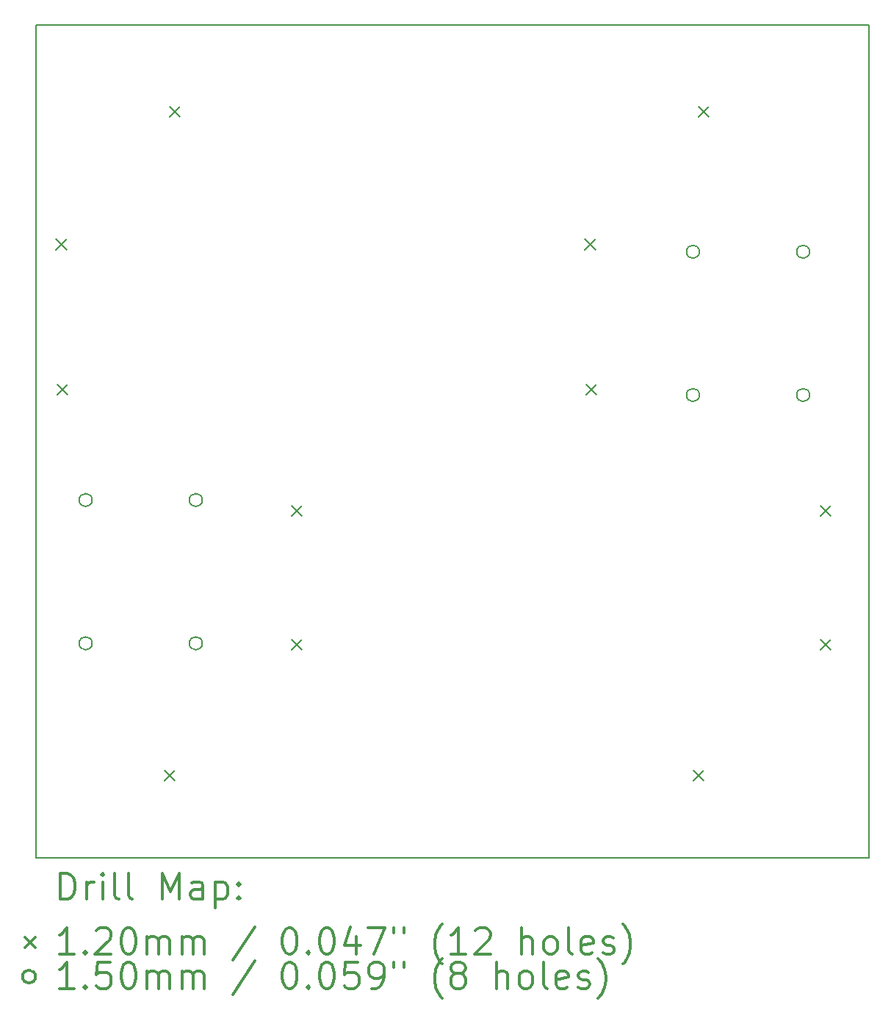
<source format=gbr>
%FSLAX45Y45*%
G04 Gerber Fmt 4.5, Leading zero omitted, Abs format (unit mm)*
G04 Created by KiCad (PCBNEW 5.0.0) date Sun Sep 30 11:55:28 2018*
%MOMM*%
%LPD*%
G01*
G04 APERTURE LIST*
%ADD10C,0.152400*%
%ADD11C,0.200000*%
%ADD12C,0.300000*%
G04 APERTURE END LIST*
D10*
X4300000Y-11100000D02*
X4300000Y-1500000D01*
X13900000Y-11100000D02*
X4300000Y-11100000D01*
X13900000Y-1500000D02*
X13900000Y-11100000D01*
X4300000Y-1500000D02*
X13900000Y-1500000D01*
D11*
X5840000Y-2440000D02*
X5960000Y-2560000D01*
X5960000Y-2440000D02*
X5840000Y-2560000D01*
X11936000Y-2440000D02*
X12056000Y-2560000D01*
X12056000Y-2440000D02*
X11936000Y-2560000D01*
X5780000Y-10090000D02*
X5900000Y-10210000D01*
X5900000Y-10090000D02*
X5780000Y-10210000D01*
X11876000Y-10090000D02*
X11996000Y-10210000D01*
X11996000Y-10090000D02*
X11876000Y-10210000D01*
X7240000Y-7040000D02*
X7360000Y-7160000D01*
X7360000Y-7040000D02*
X7240000Y-7160000D01*
X13336000Y-7040000D02*
X13456000Y-7160000D01*
X13456000Y-7040000D02*
X13336000Y-7160000D01*
X4530000Y-3970000D02*
X4650000Y-4090000D01*
X4650000Y-3970000D02*
X4530000Y-4090000D01*
X10626000Y-3970000D02*
X10746000Y-4090000D01*
X10746000Y-3970000D02*
X10626000Y-4090000D01*
X7240000Y-8580000D02*
X7360000Y-8700000D01*
X7360000Y-8580000D02*
X7240000Y-8700000D01*
X13336000Y-8580000D02*
X13456000Y-8700000D01*
X13456000Y-8580000D02*
X13336000Y-8700000D01*
X4540000Y-5640000D02*
X4660000Y-5760000D01*
X4660000Y-5640000D02*
X4540000Y-5760000D01*
X10636000Y-5640000D02*
X10756000Y-5760000D01*
X10756000Y-5640000D02*
X10636000Y-5760000D01*
X11945000Y-4115000D02*
G75*
G03X11945000Y-4115000I-75000J0D01*
G01*
X11945000Y-5765000D02*
G75*
G03X11945000Y-5765000I-75000J0D01*
G01*
X13215000Y-4115000D02*
G75*
G03X13215000Y-4115000I-75000J0D01*
G01*
X13215000Y-5765000D02*
G75*
G03X13215000Y-5765000I-75000J0D01*
G01*
X4945000Y-6975000D02*
G75*
G03X4945000Y-6975000I-75000J0D01*
G01*
X4945000Y-8625000D02*
G75*
G03X4945000Y-8625000I-75000J0D01*
G01*
X6215000Y-6975000D02*
G75*
G03X6215000Y-6975000I-75000J0D01*
G01*
X6215000Y-8625000D02*
G75*
G03X6215000Y-8625000I-75000J0D01*
G01*
D12*
X4578808Y-11573334D02*
X4578808Y-11273334D01*
X4650237Y-11273334D01*
X4693094Y-11287620D01*
X4721666Y-11316191D01*
X4735951Y-11344763D01*
X4750237Y-11401906D01*
X4750237Y-11444763D01*
X4735951Y-11501906D01*
X4721666Y-11530477D01*
X4693094Y-11559049D01*
X4650237Y-11573334D01*
X4578808Y-11573334D01*
X4878808Y-11573334D02*
X4878808Y-11373334D01*
X4878808Y-11430477D02*
X4893094Y-11401906D01*
X4907380Y-11387620D01*
X4935951Y-11373334D01*
X4964523Y-11373334D01*
X5064523Y-11573334D02*
X5064523Y-11373334D01*
X5064523Y-11273334D02*
X5050237Y-11287620D01*
X5064523Y-11301906D01*
X5078808Y-11287620D01*
X5064523Y-11273334D01*
X5064523Y-11301906D01*
X5250237Y-11573334D02*
X5221666Y-11559049D01*
X5207380Y-11530477D01*
X5207380Y-11273334D01*
X5407380Y-11573334D02*
X5378808Y-11559049D01*
X5364523Y-11530477D01*
X5364523Y-11273334D01*
X5750237Y-11573334D02*
X5750237Y-11273334D01*
X5850237Y-11487620D01*
X5950237Y-11273334D01*
X5950237Y-11573334D01*
X6221666Y-11573334D02*
X6221666Y-11416191D01*
X6207380Y-11387620D01*
X6178808Y-11373334D01*
X6121666Y-11373334D01*
X6093094Y-11387620D01*
X6221666Y-11559049D02*
X6193094Y-11573334D01*
X6121666Y-11573334D01*
X6093094Y-11559049D01*
X6078808Y-11530477D01*
X6078808Y-11501906D01*
X6093094Y-11473334D01*
X6121666Y-11459049D01*
X6193094Y-11459049D01*
X6221666Y-11444763D01*
X6364523Y-11373334D02*
X6364523Y-11673334D01*
X6364523Y-11387620D02*
X6393094Y-11373334D01*
X6450237Y-11373334D01*
X6478808Y-11387620D01*
X6493094Y-11401906D01*
X6507380Y-11430477D01*
X6507380Y-11516191D01*
X6493094Y-11544763D01*
X6478808Y-11559049D01*
X6450237Y-11573334D01*
X6393094Y-11573334D01*
X6364523Y-11559049D01*
X6635951Y-11544763D02*
X6650237Y-11559049D01*
X6635951Y-11573334D01*
X6621666Y-11559049D01*
X6635951Y-11544763D01*
X6635951Y-11573334D01*
X6635951Y-11387620D02*
X6650237Y-11401906D01*
X6635951Y-11416191D01*
X6621666Y-11401906D01*
X6635951Y-11387620D01*
X6635951Y-11416191D01*
X4172380Y-12007620D02*
X4292380Y-12127620D01*
X4292380Y-12007620D02*
X4172380Y-12127620D01*
X4735951Y-12203334D02*
X4564523Y-12203334D01*
X4650237Y-12203334D02*
X4650237Y-11903334D01*
X4621666Y-11946191D01*
X4593094Y-11974763D01*
X4564523Y-11989049D01*
X4864523Y-12174763D02*
X4878808Y-12189049D01*
X4864523Y-12203334D01*
X4850237Y-12189049D01*
X4864523Y-12174763D01*
X4864523Y-12203334D01*
X4993094Y-11931906D02*
X5007380Y-11917620D01*
X5035951Y-11903334D01*
X5107380Y-11903334D01*
X5135951Y-11917620D01*
X5150237Y-11931906D01*
X5164523Y-11960477D01*
X5164523Y-11989049D01*
X5150237Y-12031906D01*
X4978808Y-12203334D01*
X5164523Y-12203334D01*
X5350237Y-11903334D02*
X5378808Y-11903334D01*
X5407380Y-11917620D01*
X5421666Y-11931906D01*
X5435951Y-11960477D01*
X5450237Y-12017620D01*
X5450237Y-12089049D01*
X5435951Y-12146191D01*
X5421666Y-12174763D01*
X5407380Y-12189049D01*
X5378808Y-12203334D01*
X5350237Y-12203334D01*
X5321666Y-12189049D01*
X5307380Y-12174763D01*
X5293094Y-12146191D01*
X5278808Y-12089049D01*
X5278808Y-12017620D01*
X5293094Y-11960477D01*
X5307380Y-11931906D01*
X5321666Y-11917620D01*
X5350237Y-11903334D01*
X5578808Y-12203334D02*
X5578808Y-12003334D01*
X5578808Y-12031906D02*
X5593094Y-12017620D01*
X5621666Y-12003334D01*
X5664523Y-12003334D01*
X5693094Y-12017620D01*
X5707380Y-12046191D01*
X5707380Y-12203334D01*
X5707380Y-12046191D02*
X5721666Y-12017620D01*
X5750237Y-12003334D01*
X5793094Y-12003334D01*
X5821666Y-12017620D01*
X5835951Y-12046191D01*
X5835951Y-12203334D01*
X5978808Y-12203334D02*
X5978808Y-12003334D01*
X5978808Y-12031906D02*
X5993094Y-12017620D01*
X6021666Y-12003334D01*
X6064523Y-12003334D01*
X6093094Y-12017620D01*
X6107380Y-12046191D01*
X6107380Y-12203334D01*
X6107380Y-12046191D02*
X6121666Y-12017620D01*
X6150237Y-12003334D01*
X6193094Y-12003334D01*
X6221666Y-12017620D01*
X6235951Y-12046191D01*
X6235951Y-12203334D01*
X6821666Y-11889049D02*
X6564523Y-12274763D01*
X7207380Y-11903334D02*
X7235951Y-11903334D01*
X7264523Y-11917620D01*
X7278808Y-11931906D01*
X7293094Y-11960477D01*
X7307380Y-12017620D01*
X7307380Y-12089049D01*
X7293094Y-12146191D01*
X7278808Y-12174763D01*
X7264523Y-12189049D01*
X7235951Y-12203334D01*
X7207380Y-12203334D01*
X7178808Y-12189049D01*
X7164523Y-12174763D01*
X7150237Y-12146191D01*
X7135951Y-12089049D01*
X7135951Y-12017620D01*
X7150237Y-11960477D01*
X7164523Y-11931906D01*
X7178808Y-11917620D01*
X7207380Y-11903334D01*
X7435951Y-12174763D02*
X7450237Y-12189049D01*
X7435951Y-12203334D01*
X7421666Y-12189049D01*
X7435951Y-12174763D01*
X7435951Y-12203334D01*
X7635951Y-11903334D02*
X7664523Y-11903334D01*
X7693094Y-11917620D01*
X7707380Y-11931906D01*
X7721666Y-11960477D01*
X7735951Y-12017620D01*
X7735951Y-12089049D01*
X7721666Y-12146191D01*
X7707380Y-12174763D01*
X7693094Y-12189049D01*
X7664523Y-12203334D01*
X7635951Y-12203334D01*
X7607380Y-12189049D01*
X7593094Y-12174763D01*
X7578808Y-12146191D01*
X7564523Y-12089049D01*
X7564523Y-12017620D01*
X7578808Y-11960477D01*
X7593094Y-11931906D01*
X7607380Y-11917620D01*
X7635951Y-11903334D01*
X7993094Y-12003334D02*
X7993094Y-12203334D01*
X7921666Y-11889049D02*
X7850237Y-12103334D01*
X8035951Y-12103334D01*
X8121666Y-11903334D02*
X8321666Y-11903334D01*
X8193094Y-12203334D01*
X8421666Y-11903334D02*
X8421666Y-11960477D01*
X8535951Y-11903334D02*
X8535951Y-11960477D01*
X8978808Y-12317620D02*
X8964523Y-12303334D01*
X8935951Y-12260477D01*
X8921666Y-12231906D01*
X8907380Y-12189049D01*
X8893094Y-12117620D01*
X8893094Y-12060477D01*
X8907380Y-11989049D01*
X8921666Y-11946191D01*
X8935951Y-11917620D01*
X8964523Y-11874763D01*
X8978808Y-11860477D01*
X9250237Y-12203334D02*
X9078808Y-12203334D01*
X9164523Y-12203334D02*
X9164523Y-11903334D01*
X9135951Y-11946191D01*
X9107380Y-11974763D01*
X9078808Y-11989049D01*
X9364523Y-11931906D02*
X9378808Y-11917620D01*
X9407380Y-11903334D01*
X9478808Y-11903334D01*
X9507380Y-11917620D01*
X9521666Y-11931906D01*
X9535951Y-11960477D01*
X9535951Y-11989049D01*
X9521666Y-12031906D01*
X9350237Y-12203334D01*
X9535951Y-12203334D01*
X9893094Y-12203334D02*
X9893094Y-11903334D01*
X10021666Y-12203334D02*
X10021666Y-12046191D01*
X10007380Y-12017620D01*
X9978808Y-12003334D01*
X9935951Y-12003334D01*
X9907380Y-12017620D01*
X9893094Y-12031906D01*
X10207380Y-12203334D02*
X10178808Y-12189049D01*
X10164523Y-12174763D01*
X10150237Y-12146191D01*
X10150237Y-12060477D01*
X10164523Y-12031906D01*
X10178808Y-12017620D01*
X10207380Y-12003334D01*
X10250237Y-12003334D01*
X10278808Y-12017620D01*
X10293094Y-12031906D01*
X10307380Y-12060477D01*
X10307380Y-12146191D01*
X10293094Y-12174763D01*
X10278808Y-12189049D01*
X10250237Y-12203334D01*
X10207380Y-12203334D01*
X10478808Y-12203334D02*
X10450237Y-12189049D01*
X10435951Y-12160477D01*
X10435951Y-11903334D01*
X10707380Y-12189049D02*
X10678808Y-12203334D01*
X10621666Y-12203334D01*
X10593094Y-12189049D01*
X10578808Y-12160477D01*
X10578808Y-12046191D01*
X10593094Y-12017620D01*
X10621666Y-12003334D01*
X10678808Y-12003334D01*
X10707380Y-12017620D01*
X10721666Y-12046191D01*
X10721666Y-12074763D01*
X10578808Y-12103334D01*
X10835951Y-12189049D02*
X10864523Y-12203334D01*
X10921666Y-12203334D01*
X10950237Y-12189049D01*
X10964523Y-12160477D01*
X10964523Y-12146191D01*
X10950237Y-12117620D01*
X10921666Y-12103334D01*
X10878808Y-12103334D01*
X10850237Y-12089049D01*
X10835951Y-12060477D01*
X10835951Y-12046191D01*
X10850237Y-12017620D01*
X10878808Y-12003334D01*
X10921666Y-12003334D01*
X10950237Y-12017620D01*
X11064523Y-12317620D02*
X11078808Y-12303334D01*
X11107380Y-12260477D01*
X11121666Y-12231906D01*
X11135951Y-12189049D01*
X11150237Y-12117620D01*
X11150237Y-12060477D01*
X11135951Y-11989049D01*
X11121666Y-11946191D01*
X11107380Y-11917620D01*
X11078808Y-11874763D01*
X11064523Y-11860477D01*
X4292380Y-12463620D02*
G75*
G03X4292380Y-12463620I-75000J0D01*
G01*
X4735951Y-12599334D02*
X4564523Y-12599334D01*
X4650237Y-12599334D02*
X4650237Y-12299334D01*
X4621666Y-12342191D01*
X4593094Y-12370763D01*
X4564523Y-12385049D01*
X4864523Y-12570763D02*
X4878808Y-12585049D01*
X4864523Y-12599334D01*
X4850237Y-12585049D01*
X4864523Y-12570763D01*
X4864523Y-12599334D01*
X5150237Y-12299334D02*
X5007380Y-12299334D01*
X4993094Y-12442191D01*
X5007380Y-12427906D01*
X5035951Y-12413620D01*
X5107380Y-12413620D01*
X5135951Y-12427906D01*
X5150237Y-12442191D01*
X5164523Y-12470763D01*
X5164523Y-12542191D01*
X5150237Y-12570763D01*
X5135951Y-12585049D01*
X5107380Y-12599334D01*
X5035951Y-12599334D01*
X5007380Y-12585049D01*
X4993094Y-12570763D01*
X5350237Y-12299334D02*
X5378808Y-12299334D01*
X5407380Y-12313620D01*
X5421666Y-12327906D01*
X5435951Y-12356477D01*
X5450237Y-12413620D01*
X5450237Y-12485049D01*
X5435951Y-12542191D01*
X5421666Y-12570763D01*
X5407380Y-12585049D01*
X5378808Y-12599334D01*
X5350237Y-12599334D01*
X5321666Y-12585049D01*
X5307380Y-12570763D01*
X5293094Y-12542191D01*
X5278808Y-12485049D01*
X5278808Y-12413620D01*
X5293094Y-12356477D01*
X5307380Y-12327906D01*
X5321666Y-12313620D01*
X5350237Y-12299334D01*
X5578808Y-12599334D02*
X5578808Y-12399334D01*
X5578808Y-12427906D02*
X5593094Y-12413620D01*
X5621666Y-12399334D01*
X5664523Y-12399334D01*
X5693094Y-12413620D01*
X5707380Y-12442191D01*
X5707380Y-12599334D01*
X5707380Y-12442191D02*
X5721666Y-12413620D01*
X5750237Y-12399334D01*
X5793094Y-12399334D01*
X5821666Y-12413620D01*
X5835951Y-12442191D01*
X5835951Y-12599334D01*
X5978808Y-12599334D02*
X5978808Y-12399334D01*
X5978808Y-12427906D02*
X5993094Y-12413620D01*
X6021666Y-12399334D01*
X6064523Y-12399334D01*
X6093094Y-12413620D01*
X6107380Y-12442191D01*
X6107380Y-12599334D01*
X6107380Y-12442191D02*
X6121666Y-12413620D01*
X6150237Y-12399334D01*
X6193094Y-12399334D01*
X6221666Y-12413620D01*
X6235951Y-12442191D01*
X6235951Y-12599334D01*
X6821666Y-12285049D02*
X6564523Y-12670763D01*
X7207380Y-12299334D02*
X7235951Y-12299334D01*
X7264523Y-12313620D01*
X7278808Y-12327906D01*
X7293094Y-12356477D01*
X7307380Y-12413620D01*
X7307380Y-12485049D01*
X7293094Y-12542191D01*
X7278808Y-12570763D01*
X7264523Y-12585049D01*
X7235951Y-12599334D01*
X7207380Y-12599334D01*
X7178808Y-12585049D01*
X7164523Y-12570763D01*
X7150237Y-12542191D01*
X7135951Y-12485049D01*
X7135951Y-12413620D01*
X7150237Y-12356477D01*
X7164523Y-12327906D01*
X7178808Y-12313620D01*
X7207380Y-12299334D01*
X7435951Y-12570763D02*
X7450237Y-12585049D01*
X7435951Y-12599334D01*
X7421666Y-12585049D01*
X7435951Y-12570763D01*
X7435951Y-12599334D01*
X7635951Y-12299334D02*
X7664523Y-12299334D01*
X7693094Y-12313620D01*
X7707380Y-12327906D01*
X7721666Y-12356477D01*
X7735951Y-12413620D01*
X7735951Y-12485049D01*
X7721666Y-12542191D01*
X7707380Y-12570763D01*
X7693094Y-12585049D01*
X7664523Y-12599334D01*
X7635951Y-12599334D01*
X7607380Y-12585049D01*
X7593094Y-12570763D01*
X7578808Y-12542191D01*
X7564523Y-12485049D01*
X7564523Y-12413620D01*
X7578808Y-12356477D01*
X7593094Y-12327906D01*
X7607380Y-12313620D01*
X7635951Y-12299334D01*
X8007380Y-12299334D02*
X7864523Y-12299334D01*
X7850237Y-12442191D01*
X7864523Y-12427906D01*
X7893094Y-12413620D01*
X7964523Y-12413620D01*
X7993094Y-12427906D01*
X8007380Y-12442191D01*
X8021666Y-12470763D01*
X8021666Y-12542191D01*
X8007380Y-12570763D01*
X7993094Y-12585049D01*
X7964523Y-12599334D01*
X7893094Y-12599334D01*
X7864523Y-12585049D01*
X7850237Y-12570763D01*
X8164523Y-12599334D02*
X8221666Y-12599334D01*
X8250237Y-12585049D01*
X8264523Y-12570763D01*
X8293094Y-12527906D01*
X8307380Y-12470763D01*
X8307380Y-12356477D01*
X8293094Y-12327906D01*
X8278808Y-12313620D01*
X8250237Y-12299334D01*
X8193094Y-12299334D01*
X8164523Y-12313620D01*
X8150237Y-12327906D01*
X8135951Y-12356477D01*
X8135951Y-12427906D01*
X8150237Y-12456477D01*
X8164523Y-12470763D01*
X8193094Y-12485049D01*
X8250237Y-12485049D01*
X8278808Y-12470763D01*
X8293094Y-12456477D01*
X8307380Y-12427906D01*
X8421666Y-12299334D02*
X8421666Y-12356477D01*
X8535951Y-12299334D02*
X8535951Y-12356477D01*
X8978808Y-12713620D02*
X8964523Y-12699334D01*
X8935951Y-12656477D01*
X8921666Y-12627906D01*
X8907380Y-12585049D01*
X8893094Y-12513620D01*
X8893094Y-12456477D01*
X8907380Y-12385049D01*
X8921666Y-12342191D01*
X8935951Y-12313620D01*
X8964523Y-12270763D01*
X8978808Y-12256477D01*
X9135951Y-12427906D02*
X9107380Y-12413620D01*
X9093094Y-12399334D01*
X9078808Y-12370763D01*
X9078808Y-12356477D01*
X9093094Y-12327906D01*
X9107380Y-12313620D01*
X9135951Y-12299334D01*
X9193094Y-12299334D01*
X9221666Y-12313620D01*
X9235951Y-12327906D01*
X9250237Y-12356477D01*
X9250237Y-12370763D01*
X9235951Y-12399334D01*
X9221666Y-12413620D01*
X9193094Y-12427906D01*
X9135951Y-12427906D01*
X9107380Y-12442191D01*
X9093094Y-12456477D01*
X9078808Y-12485049D01*
X9078808Y-12542191D01*
X9093094Y-12570763D01*
X9107380Y-12585049D01*
X9135951Y-12599334D01*
X9193094Y-12599334D01*
X9221666Y-12585049D01*
X9235951Y-12570763D01*
X9250237Y-12542191D01*
X9250237Y-12485049D01*
X9235951Y-12456477D01*
X9221666Y-12442191D01*
X9193094Y-12427906D01*
X9607380Y-12599334D02*
X9607380Y-12299334D01*
X9735951Y-12599334D02*
X9735951Y-12442191D01*
X9721666Y-12413620D01*
X9693094Y-12399334D01*
X9650237Y-12399334D01*
X9621666Y-12413620D01*
X9607380Y-12427906D01*
X9921666Y-12599334D02*
X9893094Y-12585049D01*
X9878808Y-12570763D01*
X9864523Y-12542191D01*
X9864523Y-12456477D01*
X9878808Y-12427906D01*
X9893094Y-12413620D01*
X9921666Y-12399334D01*
X9964523Y-12399334D01*
X9993094Y-12413620D01*
X10007380Y-12427906D01*
X10021666Y-12456477D01*
X10021666Y-12542191D01*
X10007380Y-12570763D01*
X9993094Y-12585049D01*
X9964523Y-12599334D01*
X9921666Y-12599334D01*
X10193094Y-12599334D02*
X10164523Y-12585049D01*
X10150237Y-12556477D01*
X10150237Y-12299334D01*
X10421666Y-12585049D02*
X10393094Y-12599334D01*
X10335951Y-12599334D01*
X10307380Y-12585049D01*
X10293094Y-12556477D01*
X10293094Y-12442191D01*
X10307380Y-12413620D01*
X10335951Y-12399334D01*
X10393094Y-12399334D01*
X10421666Y-12413620D01*
X10435951Y-12442191D01*
X10435951Y-12470763D01*
X10293094Y-12499334D01*
X10550237Y-12585049D02*
X10578808Y-12599334D01*
X10635951Y-12599334D01*
X10664523Y-12585049D01*
X10678808Y-12556477D01*
X10678808Y-12542191D01*
X10664523Y-12513620D01*
X10635951Y-12499334D01*
X10593094Y-12499334D01*
X10564523Y-12485049D01*
X10550237Y-12456477D01*
X10550237Y-12442191D01*
X10564523Y-12413620D01*
X10593094Y-12399334D01*
X10635951Y-12399334D01*
X10664523Y-12413620D01*
X10778808Y-12713620D02*
X10793094Y-12699334D01*
X10821666Y-12656477D01*
X10835951Y-12627906D01*
X10850237Y-12585049D01*
X10864523Y-12513620D01*
X10864523Y-12456477D01*
X10850237Y-12385049D01*
X10835951Y-12342191D01*
X10821666Y-12313620D01*
X10793094Y-12270763D01*
X10778808Y-12256477D01*
M02*

</source>
